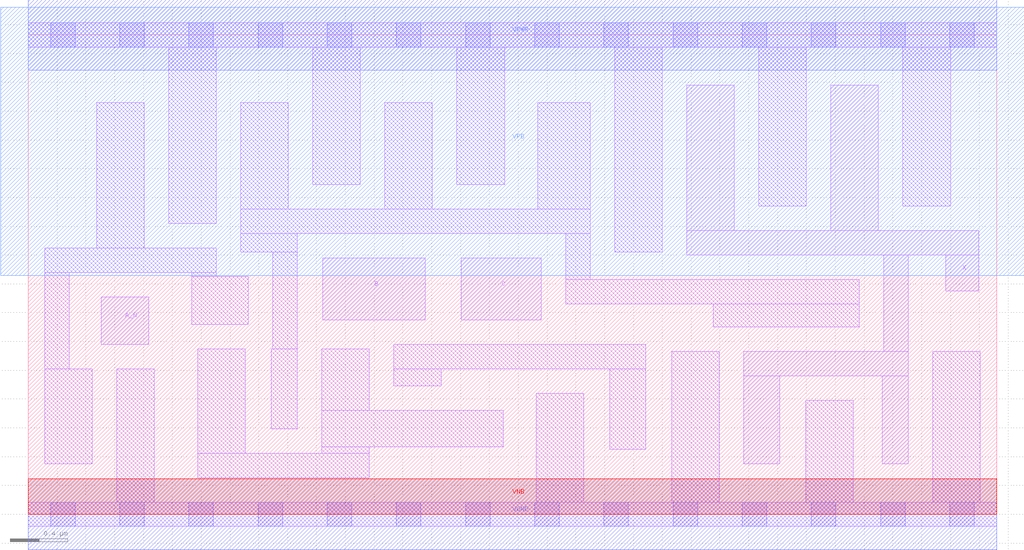
<source format=lef>
# Copyright 2020 The SkyWater PDK Authors
#
# Licensed under the Apache License, Version 2.0 (the "License");
# you may not use this file except in compliance with the License.
# You may obtain a copy of the License at
#
#     https://www.apache.org/licenses/LICENSE-2.0
#
# Unless required by applicable law or agreed to in writing, software
# distributed under the License is distributed on an "AS IS" BASIS,
# WITHOUT WARRANTIES OR CONDITIONS OF ANY KIND, either express or implied.
# See the License for the specific language governing permissions and
# limitations under the License.
#
# SPDX-License-Identifier: Apache-2.0

VERSION 5.7 ;
  NOWIREEXTENSIONATPIN ON ;
  DIVIDERCHAR "/" ;
  BUSBITCHARS "[]" ;
MACRO sky130_fd_sc_ms__and3b_4
  CLASS CORE ;
  FOREIGN sky130_fd_sc_ms__and3b_4 ;
  ORIGIN  0.000000  0.000000 ;
  SIZE  6.720000 BY  3.330000 ;
  SYMMETRY X Y ;
  SITE unit ;
  PIN A_N
    ANTENNAGATEAREA  0.276000 ;
    DIRECTION INPUT ;
    USE SIGNAL ;
    PORT
      LAYER li1 ;
        RECT 0.505000 1.180000 0.835000 1.510000 ;
    END
  END A_N
  PIN B
    ANTENNAGATEAREA  0.552000 ;
    DIRECTION INPUT ;
    USE SIGNAL ;
    PORT
      LAYER li1 ;
        RECT 2.045000 1.350000 2.755000 1.780000 ;
    END
  END B
  PIN C
    ANTENNAGATEAREA  0.552000 ;
    DIRECTION INPUT ;
    USE SIGNAL ;
    PORT
      LAYER li1 ;
        RECT 3.005000 1.350000 3.560000 1.780000 ;
    END
  END C
  PIN X
    ANTENNADIFFAREA  1.071000 ;
    DIRECTION OUTPUT ;
    USE SIGNAL ;
    PORT
      LAYER li1 ;
        RECT 4.570000 1.800000 6.595000 1.970000 ;
        RECT 4.570000 1.970000 4.900000 2.980000 ;
        RECT 4.965000 0.350000 5.215000 0.960000 ;
        RECT 4.965000 0.960000 6.105000 1.130000 ;
        RECT 5.570000 1.970000 5.900000 2.980000 ;
        RECT 5.925000 0.350000 6.105000 0.960000 ;
        RECT 5.935000 1.130000 6.105000 1.800000 ;
        RECT 6.365000 1.550000 6.595000 1.800000 ;
    END
  END X
  PIN VGND
    DIRECTION INOUT ;
    USE GROUND ;
    PORT
      LAYER met1 ;
        RECT 0.000000 -0.245000 6.720000 0.245000 ;
    END
  END VGND
  PIN VNB
    DIRECTION INOUT ;
    USE GROUND ;
    PORT
      LAYER pwell ;
        RECT 0.000000 0.000000 6.720000 0.245000 ;
    END
  END VNB
  PIN VPB
    DIRECTION INOUT ;
    USE POWER ;
    PORT
      LAYER nwell ;
        RECT -0.190000 1.660000 6.910000 3.520000 ;
    END
  END VPB
  PIN VPWR
    DIRECTION INOUT ;
    USE POWER ;
    PORT
      LAYER met1 ;
        RECT 0.000000 3.085000 6.720000 3.575000 ;
    END
  END VPWR
  OBS
    LAYER li1 ;
      RECT 0.000000 -0.085000 6.720000 0.085000 ;
      RECT 0.000000  3.245000 6.720000 3.415000 ;
      RECT 0.115000  0.350000 0.445000 1.010000 ;
      RECT 0.115000  1.010000 0.285000 1.680000 ;
      RECT 0.115000  1.680000 1.305000 1.850000 ;
      RECT 0.475000  1.850000 0.805000 2.860000 ;
      RECT 0.615000  0.085000 0.875000 1.010000 ;
      RECT 0.975000  2.020000 1.305000 3.245000 ;
      RECT 1.135000  1.320000 1.525000 1.650000 ;
      RECT 1.135000  1.650000 1.305000 1.680000 ;
      RECT 1.175000  0.255000 2.365000 0.425000 ;
      RECT 1.175000  0.425000 1.505000 1.150000 ;
      RECT 1.475000  1.820000 1.865000 1.950000 ;
      RECT 1.475000  1.950000 3.900000 2.120000 ;
      RECT 1.475000  2.120000 1.805000 2.860000 ;
      RECT 1.685000  0.595000 1.865000 1.150000 ;
      RECT 1.695000  1.150000 1.865000 1.820000 ;
      RECT 1.975000  2.290000 2.305000 3.245000 ;
      RECT 2.035000  0.425000 2.365000 0.470000 ;
      RECT 2.035000  0.470000 3.295000 0.720000 ;
      RECT 2.035000  0.720000 2.365000 1.150000 ;
      RECT 2.475000  2.120000 2.805000 2.860000 ;
      RECT 2.535000  0.890000 2.865000 1.010000 ;
      RECT 2.535000  1.010000 4.285000 1.180000 ;
      RECT 2.975000  2.290000 3.305000 3.245000 ;
      RECT 3.525000  0.085000 3.855000 0.840000 ;
      RECT 3.535000  2.120000 3.900000 2.860000 ;
      RECT 3.730000  1.460000 5.765000 1.630000 ;
      RECT 3.730000  1.630000 3.900000 1.950000 ;
      RECT 4.035000  0.450000 4.285000 1.010000 ;
      RECT 4.070000  1.820000 4.400000 3.245000 ;
      RECT 4.465000  0.085000 4.795000 1.130000 ;
      RECT 4.755000  1.300000 5.765000 1.460000 ;
      RECT 5.070000  2.140000 5.400000 3.245000 ;
      RECT 5.395000  0.085000 5.725000 0.790000 ;
      RECT 6.070000  2.140000 6.400000 3.245000 ;
      RECT 6.275000  0.085000 6.605000 1.130000 ;
    LAYER mcon ;
      RECT 0.155000 -0.085000 0.325000 0.085000 ;
      RECT 0.155000  3.245000 0.325000 3.415000 ;
      RECT 0.635000 -0.085000 0.805000 0.085000 ;
      RECT 0.635000  3.245000 0.805000 3.415000 ;
      RECT 1.115000 -0.085000 1.285000 0.085000 ;
      RECT 1.115000  3.245000 1.285000 3.415000 ;
      RECT 1.595000 -0.085000 1.765000 0.085000 ;
      RECT 1.595000  3.245000 1.765000 3.415000 ;
      RECT 2.075000 -0.085000 2.245000 0.085000 ;
      RECT 2.075000  3.245000 2.245000 3.415000 ;
      RECT 2.555000 -0.085000 2.725000 0.085000 ;
      RECT 2.555000  3.245000 2.725000 3.415000 ;
      RECT 3.035000 -0.085000 3.205000 0.085000 ;
      RECT 3.035000  3.245000 3.205000 3.415000 ;
      RECT 3.515000 -0.085000 3.685000 0.085000 ;
      RECT 3.515000  3.245000 3.685000 3.415000 ;
      RECT 3.995000 -0.085000 4.165000 0.085000 ;
      RECT 3.995000  3.245000 4.165000 3.415000 ;
      RECT 4.475000 -0.085000 4.645000 0.085000 ;
      RECT 4.475000  3.245000 4.645000 3.415000 ;
      RECT 4.955000 -0.085000 5.125000 0.085000 ;
      RECT 4.955000  3.245000 5.125000 3.415000 ;
      RECT 5.435000 -0.085000 5.605000 0.085000 ;
      RECT 5.435000  3.245000 5.605000 3.415000 ;
      RECT 5.915000 -0.085000 6.085000 0.085000 ;
      RECT 5.915000  3.245000 6.085000 3.415000 ;
      RECT 6.395000 -0.085000 6.565000 0.085000 ;
      RECT 6.395000  3.245000 6.565000 3.415000 ;
  END
END sky130_fd_sc_ms__and3b_4
END LIBRARY

</source>
